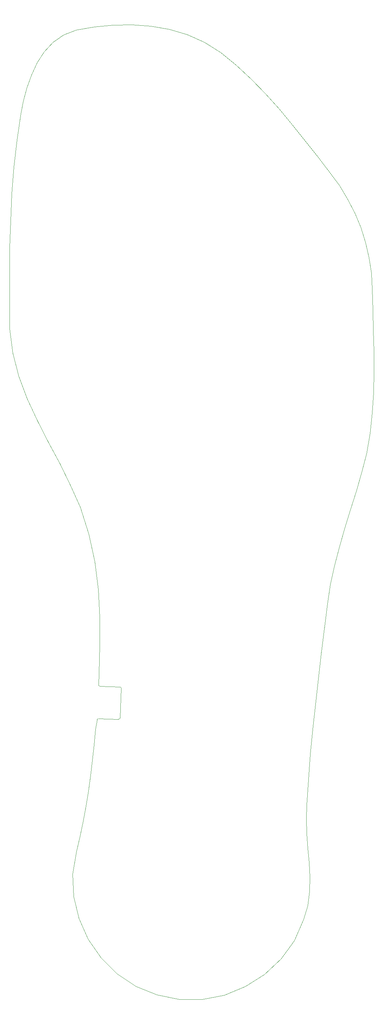
<source format=gm1>
G04 #@! TF.GenerationSoftware,KiCad,Pcbnew,(5.0.0)*
G04 #@! TF.CreationDate,2020-01-29T13:40:55+01:00*
G04 #@! TF.ProjectId,Insole_PCB,496E736F6C655F5043422E6B69636164,rev?*
G04 #@! TF.SameCoordinates,Original*
G04 #@! TF.FileFunction,Profile,NP*
%FSLAX46Y46*%
G04 Gerber Fmt 4.6, Leading zero omitted, Abs format (unit mm)*
G04 Created by KiCad (PCBNEW (5.0.0)) date 01/29/20 13:40:55*
%MOMM*%
%LPD*%
G01*
G04 APERTURE LIST*
%ADD10C,0.100000*%
G04 APERTURE END LIST*
D10*
X164050642Y-119835994D02*
X165507081Y-125421767D01*
X182793244Y-221362641D02*
X182278707Y-225042240D01*
X188227598Y-40988248D02*
X183706195Y-41433398D01*
X183631844Y-213979186D02*
X183241487Y-217673975D01*
X163862366Y-81551160D02*
X163530772Y-88035804D01*
X181017115Y-232362460D02*
X180253244Y-235997193D01*
X171591599Y-47438278D02*
X169887795Y-50082368D01*
X192786393Y-40908448D02*
X188227598Y-40988248D01*
X177993962Y-151640973D02*
X180303042Y-156942121D01*
X169987711Y-136080279D02*
X172660692Y-141267086D01*
X183706195Y-41433398D02*
X179281275Y-42198788D01*
X167466799Y-56056108D02*
X166648763Y-59165497D01*
X184996043Y-183326521D02*
X185021683Y-190084696D01*
X166648763Y-59165497D02*
X166025142Y-62209716D01*
X180253244Y-235997193D02*
X179389444Y-239611083D01*
X183241487Y-217673975D02*
X182793244Y-221362641D01*
X164368622Y-75081296D02*
X163862366Y-81551160D01*
X197323491Y-41239028D02*
X192786393Y-40908448D01*
X181689467Y-228709828D02*
X181017115Y-232362460D01*
X168529670Y-52991688D02*
X167466799Y-56056108D01*
X163350926Y-114003164D02*
X164050642Y-119835994D01*
X165079546Y-68632165D02*
X164368622Y-75081296D01*
X176237918Y-43386358D02*
X173691500Y-45169568D01*
X182278707Y-225042240D02*
X181689467Y-228709828D01*
X183972722Y-210281218D02*
X183631844Y-213979186D01*
X175387977Y-146434973D02*
X177993962Y-151640973D01*
X167544639Y-130817517D02*
X169987711Y-136080279D01*
X179281275Y-42198788D02*
X176237918Y-43386358D01*
X183771180Y-169946289D02*
X184613134Y-176603990D01*
X180303042Y-156942121D02*
X182368408Y-163382604D01*
X163343836Y-94529278D02*
X163271556Y-101025630D01*
X163530772Y-88035804D02*
X163343836Y-94529278D01*
X184613134Y-176603990D02*
X184996043Y-183326521D01*
X163271556Y-101025630D02*
X163283916Y-107518909D01*
X182368408Y-163382604D02*
X183771180Y-169946289D01*
X172660692Y-141267086D02*
X175387977Y-146434973D01*
X165507081Y-125421767D02*
X167544639Y-130817517D01*
X163283916Y-107518909D02*
X163350926Y-114003164D01*
X169887795Y-50082368D02*
X168529670Y-52991688D01*
X173691500Y-45169568D02*
X171591599Y-47438278D01*
X185021683Y-190084696D02*
X184791826Y-196849327D01*
X166025142Y-62209716D02*
X165079546Y-68632165D01*
X235649432Y-216299821D02*
X236213166Y-210252416D01*
X231820426Y-261041988D02*
X234040292Y-256004794D01*
X243923050Y-161937873D02*
X245304486Y-157484392D01*
X248007705Y-148562042D02*
X249193610Y-144059683D01*
X220033859Y-272095518D02*
X224644789Y-269175768D01*
X234666365Y-231876892D02*
X234804433Y-228415381D01*
X250947757Y-124357689D02*
X250916137Y-119395753D01*
X234796264Y-235352252D02*
X234666365Y-231876892D01*
X224644789Y-269175768D02*
X228631118Y-265461788D01*
X214970751Y-274132598D02*
X220033859Y-272095518D01*
X245304486Y-157484392D02*
X246688684Y-153031363D01*
X185302551Y-265197248D02*
X189157659Y-269028128D01*
X201779806Y-42025068D02*
X197323491Y-41239028D01*
X193685488Y-272039258D02*
X198792564Y-274063118D01*
X250552860Y-134251392D02*
X250844339Y-129311828D01*
X250541349Y-104530952D02*
X250329517Y-100724409D01*
X206096249Y-43311658D02*
X201779806Y-42025068D01*
X182213638Y-260714178D02*
X185302551Y-265197248D01*
X189157659Y-269028128D02*
X193685488Y-272039258D01*
X210213729Y-45143848D02*
X206096249Y-43311658D01*
X214073159Y-47566738D02*
X210213729Y-45143848D01*
X217854558Y-50685898D02*
X214073159Y-47566738D01*
X209627885Y-275198588D02*
X214970751Y-274132598D01*
X237540545Y-198174867D02*
X238271167Y-192143327D01*
X231302085Y-64923602D02*
X228136580Y-61169344D01*
X237406341Y-72613821D02*
X234382783Y-68749981D01*
X246336117Y-86180352D02*
X244616023Y-82802712D01*
X221440482Y-54015828D02*
X217854558Y-50685898D01*
X241440222Y-170913173D02*
X242612316Y-166408551D01*
X204177682Y-275204588D02*
X209627885Y-275198588D01*
X224858601Y-57521868D02*
X221440482Y-54015828D01*
X240400424Y-76480462D02*
X237406341Y-72613821D01*
X228136580Y-61169344D02*
X224858601Y-57521868D01*
X249193610Y-144059683D02*
X250020293Y-139169603D01*
X234382783Y-68749981D02*
X231302085Y-64923602D01*
X250659908Y-109475607D02*
X250541349Y-104530952D01*
X239783715Y-180091224D02*
X240474709Y-175468482D01*
X228631118Y-265461788D02*
X231820426Y-261041988D01*
X236213166Y-210252416D02*
X236849041Y-204210998D01*
X198792564Y-274063118D02*
X204177682Y-275204588D01*
X250916137Y-119395753D02*
X250802513Y-114432800D01*
X238271167Y-192143327D02*
X239024394Y-186115678D01*
X250020293Y-139169603D02*
X250552860Y-134251392D01*
X235066225Y-238832701D02*
X234796264Y-235352252D01*
X242612316Y-166408551D02*
X243923050Y-161937873D01*
X235348343Y-242309484D02*
X235066225Y-238832701D01*
X247780468Y-89678911D02*
X246336117Y-86180352D01*
X242633141Y-79563558D02*
X240400424Y-76480462D01*
X244616023Y-82802712D02*
X242633141Y-79563558D01*
X248936122Y-93280820D02*
X247780468Y-89678911D01*
X250802513Y-114432800D02*
X250659908Y-109475607D01*
X236849041Y-204210998D02*
X237540545Y-198174867D01*
X235514714Y-245773842D02*
X235348343Y-242309484D01*
X239024394Y-186115678D02*
X239783715Y-180091224D01*
X235174351Y-222353910D02*
X235649432Y-216299821D01*
X235437434Y-249217018D02*
X235514714Y-245773842D01*
X234988594Y-252630255D02*
X235437434Y-249217018D01*
X249790123Y-96968509D02*
X248936122Y-93280820D01*
X250329517Y-100724409D02*
X249790123Y-96968509D01*
X250844339Y-129311828D02*
X250947757Y-124357689D01*
X240474709Y-175468482D02*
X241440222Y-170913173D01*
X234040292Y-256004794D02*
X234988594Y-252630255D01*
X234804433Y-228415381D02*
X235174351Y-222353910D01*
X246688684Y-153031363D02*
X248007705Y-148562042D01*
X179984397Y-255746448D02*
X182213638Y-260714178D01*
X178708303Y-250461599D02*
X179984397Y-255746448D01*
X178478830Y-245027173D02*
X178708303Y-250461599D01*
X179389453Y-239610707D02*
X178478830Y-245027173D01*
X189909453Y-207510707D02*
X190159453Y-200380707D01*
X189909452Y-207509361D02*
G75*
G02X189463259Y-207870707I-401061J39080D01*
G01*
X184719453Y-207700707D02*
X189469453Y-207870707D01*
X189879269Y-200082814D02*
G75*
G02X190159453Y-200370707I-26761J-306331D01*
G01*
X184368954Y-207996623D02*
G75*
G02X184719453Y-207700707I320499J-24084D01*
G01*
X185015369Y-199910706D02*
G75*
G02X184719453Y-199560207I24084J320499D01*
G01*
X184369453Y-208000707D02*
X183969453Y-210290707D01*
X185019453Y-199910707D02*
X189879453Y-200080707D01*
X184789453Y-196850707D02*
X184719453Y-199550707D01*
M02*

</source>
